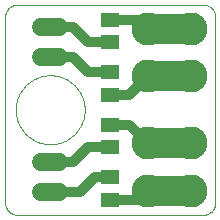
<source format=gtl>
G75*
%MOIN*%
%OFA0B0*%
%FSLAX25Y25*%
%IPPOS*%
%LPD*%
%AMOC8*
5,1,8,0,0,1.08239X$1,22.5*
%
%ADD10C,0.00000*%
%ADD11C,0.11000*%
%ADD12R,0.06299X0.05118*%
%ADD13C,0.05937*%
%ADD14C,0.03200*%
%ADD15C,0.10000*%
D10*
X0001000Y0004937D02*
X0001000Y0067063D01*
X0001002Y0067187D01*
X0001008Y0067310D01*
X0001017Y0067434D01*
X0001031Y0067556D01*
X0001048Y0067679D01*
X0001070Y0067801D01*
X0001095Y0067922D01*
X0001124Y0068042D01*
X0001156Y0068161D01*
X0001193Y0068280D01*
X0001233Y0068397D01*
X0001276Y0068512D01*
X0001324Y0068627D01*
X0001375Y0068739D01*
X0001429Y0068850D01*
X0001487Y0068960D01*
X0001548Y0069067D01*
X0001613Y0069173D01*
X0001681Y0069276D01*
X0001752Y0069377D01*
X0001826Y0069476D01*
X0001903Y0069573D01*
X0001984Y0069667D01*
X0002067Y0069758D01*
X0002153Y0069847D01*
X0002242Y0069933D01*
X0002333Y0070016D01*
X0002427Y0070097D01*
X0002524Y0070174D01*
X0002623Y0070248D01*
X0002724Y0070319D01*
X0002827Y0070387D01*
X0002933Y0070452D01*
X0003040Y0070513D01*
X0003150Y0070571D01*
X0003261Y0070625D01*
X0003373Y0070676D01*
X0003488Y0070724D01*
X0003603Y0070767D01*
X0003720Y0070807D01*
X0003839Y0070844D01*
X0003958Y0070876D01*
X0004078Y0070905D01*
X0004199Y0070930D01*
X0004321Y0070952D01*
X0004444Y0070969D01*
X0004566Y0070983D01*
X0004690Y0070992D01*
X0004813Y0070998D01*
X0004937Y0071000D01*
X0067063Y0071000D01*
X0067187Y0070998D01*
X0067310Y0070992D01*
X0067434Y0070983D01*
X0067556Y0070969D01*
X0067679Y0070952D01*
X0067801Y0070930D01*
X0067922Y0070905D01*
X0068042Y0070876D01*
X0068161Y0070844D01*
X0068280Y0070807D01*
X0068397Y0070767D01*
X0068512Y0070724D01*
X0068627Y0070676D01*
X0068739Y0070625D01*
X0068850Y0070571D01*
X0068960Y0070513D01*
X0069067Y0070452D01*
X0069173Y0070387D01*
X0069276Y0070319D01*
X0069377Y0070248D01*
X0069476Y0070174D01*
X0069573Y0070097D01*
X0069667Y0070016D01*
X0069758Y0069933D01*
X0069847Y0069847D01*
X0069933Y0069758D01*
X0070016Y0069667D01*
X0070097Y0069573D01*
X0070174Y0069476D01*
X0070248Y0069377D01*
X0070319Y0069276D01*
X0070387Y0069173D01*
X0070452Y0069067D01*
X0070513Y0068960D01*
X0070571Y0068850D01*
X0070625Y0068739D01*
X0070676Y0068627D01*
X0070724Y0068512D01*
X0070767Y0068397D01*
X0070807Y0068280D01*
X0070844Y0068161D01*
X0070876Y0068042D01*
X0070905Y0067922D01*
X0070930Y0067801D01*
X0070952Y0067679D01*
X0070969Y0067556D01*
X0070983Y0067434D01*
X0070992Y0067310D01*
X0070998Y0067187D01*
X0071000Y0067063D01*
X0071000Y0004937D01*
X0070998Y0004813D01*
X0070992Y0004690D01*
X0070983Y0004566D01*
X0070969Y0004444D01*
X0070952Y0004321D01*
X0070930Y0004199D01*
X0070905Y0004078D01*
X0070876Y0003958D01*
X0070844Y0003839D01*
X0070807Y0003720D01*
X0070767Y0003603D01*
X0070724Y0003488D01*
X0070676Y0003373D01*
X0070625Y0003261D01*
X0070571Y0003150D01*
X0070513Y0003040D01*
X0070452Y0002933D01*
X0070387Y0002827D01*
X0070319Y0002724D01*
X0070248Y0002623D01*
X0070174Y0002524D01*
X0070097Y0002427D01*
X0070016Y0002333D01*
X0069933Y0002242D01*
X0069847Y0002153D01*
X0069758Y0002067D01*
X0069667Y0001984D01*
X0069573Y0001903D01*
X0069476Y0001826D01*
X0069377Y0001752D01*
X0069276Y0001681D01*
X0069173Y0001613D01*
X0069067Y0001548D01*
X0068960Y0001487D01*
X0068850Y0001429D01*
X0068739Y0001375D01*
X0068627Y0001324D01*
X0068512Y0001276D01*
X0068397Y0001233D01*
X0068280Y0001193D01*
X0068161Y0001156D01*
X0068042Y0001124D01*
X0067922Y0001095D01*
X0067801Y0001070D01*
X0067679Y0001048D01*
X0067556Y0001031D01*
X0067434Y0001017D01*
X0067310Y0001008D01*
X0067187Y0001002D01*
X0067063Y0001000D01*
X0004937Y0001000D01*
X0004813Y0001002D01*
X0004690Y0001008D01*
X0004566Y0001017D01*
X0004444Y0001031D01*
X0004321Y0001048D01*
X0004199Y0001070D01*
X0004078Y0001095D01*
X0003958Y0001124D01*
X0003839Y0001156D01*
X0003720Y0001193D01*
X0003603Y0001233D01*
X0003488Y0001276D01*
X0003373Y0001324D01*
X0003261Y0001375D01*
X0003150Y0001429D01*
X0003040Y0001487D01*
X0002933Y0001548D01*
X0002827Y0001613D01*
X0002724Y0001681D01*
X0002623Y0001752D01*
X0002524Y0001826D01*
X0002427Y0001903D01*
X0002333Y0001984D01*
X0002242Y0002067D01*
X0002153Y0002153D01*
X0002067Y0002242D01*
X0001984Y0002333D01*
X0001903Y0002427D01*
X0001826Y0002524D01*
X0001752Y0002623D01*
X0001681Y0002724D01*
X0001613Y0002827D01*
X0001548Y0002933D01*
X0001487Y0003040D01*
X0001429Y0003150D01*
X0001375Y0003261D01*
X0001324Y0003373D01*
X0001276Y0003488D01*
X0001233Y0003603D01*
X0001193Y0003720D01*
X0001156Y0003839D01*
X0001124Y0003958D01*
X0001095Y0004078D01*
X0001070Y0004199D01*
X0001048Y0004321D01*
X0001031Y0004444D01*
X0001017Y0004566D01*
X0001008Y0004690D01*
X0001002Y0004813D01*
X0001000Y0004937D01*
X0004500Y0036000D02*
X0004503Y0036282D01*
X0004514Y0036564D01*
X0004531Y0036846D01*
X0004555Y0037127D01*
X0004586Y0037408D01*
X0004624Y0037687D01*
X0004669Y0037966D01*
X0004721Y0038244D01*
X0004779Y0038520D01*
X0004845Y0038794D01*
X0004917Y0039067D01*
X0004995Y0039338D01*
X0005080Y0039607D01*
X0005172Y0039874D01*
X0005271Y0040139D01*
X0005375Y0040401D01*
X0005487Y0040660D01*
X0005604Y0040917D01*
X0005728Y0041171D01*
X0005858Y0041421D01*
X0005994Y0041668D01*
X0006136Y0041912D01*
X0006284Y0042152D01*
X0006438Y0042389D01*
X0006598Y0042622D01*
X0006763Y0042851D01*
X0006934Y0043075D01*
X0007110Y0043296D01*
X0007292Y0043511D01*
X0007479Y0043723D01*
X0007671Y0043930D01*
X0007868Y0044132D01*
X0008070Y0044329D01*
X0008277Y0044521D01*
X0008489Y0044708D01*
X0008704Y0044890D01*
X0008925Y0045066D01*
X0009149Y0045237D01*
X0009378Y0045402D01*
X0009611Y0045562D01*
X0009848Y0045716D01*
X0010088Y0045864D01*
X0010332Y0046006D01*
X0010579Y0046142D01*
X0010829Y0046272D01*
X0011083Y0046396D01*
X0011340Y0046513D01*
X0011599Y0046625D01*
X0011861Y0046729D01*
X0012126Y0046828D01*
X0012393Y0046920D01*
X0012662Y0047005D01*
X0012933Y0047083D01*
X0013206Y0047155D01*
X0013480Y0047221D01*
X0013756Y0047279D01*
X0014034Y0047331D01*
X0014313Y0047376D01*
X0014592Y0047414D01*
X0014873Y0047445D01*
X0015154Y0047469D01*
X0015436Y0047486D01*
X0015718Y0047497D01*
X0016000Y0047500D01*
X0016282Y0047497D01*
X0016564Y0047486D01*
X0016846Y0047469D01*
X0017127Y0047445D01*
X0017408Y0047414D01*
X0017687Y0047376D01*
X0017966Y0047331D01*
X0018244Y0047279D01*
X0018520Y0047221D01*
X0018794Y0047155D01*
X0019067Y0047083D01*
X0019338Y0047005D01*
X0019607Y0046920D01*
X0019874Y0046828D01*
X0020139Y0046729D01*
X0020401Y0046625D01*
X0020660Y0046513D01*
X0020917Y0046396D01*
X0021171Y0046272D01*
X0021421Y0046142D01*
X0021668Y0046006D01*
X0021912Y0045864D01*
X0022152Y0045716D01*
X0022389Y0045562D01*
X0022622Y0045402D01*
X0022851Y0045237D01*
X0023075Y0045066D01*
X0023296Y0044890D01*
X0023511Y0044708D01*
X0023723Y0044521D01*
X0023930Y0044329D01*
X0024132Y0044132D01*
X0024329Y0043930D01*
X0024521Y0043723D01*
X0024708Y0043511D01*
X0024890Y0043296D01*
X0025066Y0043075D01*
X0025237Y0042851D01*
X0025402Y0042622D01*
X0025562Y0042389D01*
X0025716Y0042152D01*
X0025864Y0041912D01*
X0026006Y0041668D01*
X0026142Y0041421D01*
X0026272Y0041171D01*
X0026396Y0040917D01*
X0026513Y0040660D01*
X0026625Y0040401D01*
X0026729Y0040139D01*
X0026828Y0039874D01*
X0026920Y0039607D01*
X0027005Y0039338D01*
X0027083Y0039067D01*
X0027155Y0038794D01*
X0027221Y0038520D01*
X0027279Y0038244D01*
X0027331Y0037966D01*
X0027376Y0037687D01*
X0027414Y0037408D01*
X0027445Y0037127D01*
X0027469Y0036846D01*
X0027486Y0036564D01*
X0027497Y0036282D01*
X0027500Y0036000D01*
X0027497Y0035718D01*
X0027486Y0035436D01*
X0027469Y0035154D01*
X0027445Y0034873D01*
X0027414Y0034592D01*
X0027376Y0034313D01*
X0027331Y0034034D01*
X0027279Y0033756D01*
X0027221Y0033480D01*
X0027155Y0033206D01*
X0027083Y0032933D01*
X0027005Y0032662D01*
X0026920Y0032393D01*
X0026828Y0032126D01*
X0026729Y0031861D01*
X0026625Y0031599D01*
X0026513Y0031340D01*
X0026396Y0031083D01*
X0026272Y0030829D01*
X0026142Y0030579D01*
X0026006Y0030332D01*
X0025864Y0030088D01*
X0025716Y0029848D01*
X0025562Y0029611D01*
X0025402Y0029378D01*
X0025237Y0029149D01*
X0025066Y0028925D01*
X0024890Y0028704D01*
X0024708Y0028489D01*
X0024521Y0028277D01*
X0024329Y0028070D01*
X0024132Y0027868D01*
X0023930Y0027671D01*
X0023723Y0027479D01*
X0023511Y0027292D01*
X0023296Y0027110D01*
X0023075Y0026934D01*
X0022851Y0026763D01*
X0022622Y0026598D01*
X0022389Y0026438D01*
X0022152Y0026284D01*
X0021912Y0026136D01*
X0021668Y0025994D01*
X0021421Y0025858D01*
X0021171Y0025728D01*
X0020917Y0025604D01*
X0020660Y0025487D01*
X0020401Y0025375D01*
X0020139Y0025271D01*
X0019874Y0025172D01*
X0019607Y0025080D01*
X0019338Y0024995D01*
X0019067Y0024917D01*
X0018794Y0024845D01*
X0018520Y0024779D01*
X0018244Y0024721D01*
X0017966Y0024669D01*
X0017687Y0024624D01*
X0017408Y0024586D01*
X0017127Y0024555D01*
X0016846Y0024531D01*
X0016564Y0024514D01*
X0016282Y0024503D01*
X0016000Y0024500D01*
X0015718Y0024503D01*
X0015436Y0024514D01*
X0015154Y0024531D01*
X0014873Y0024555D01*
X0014592Y0024586D01*
X0014313Y0024624D01*
X0014034Y0024669D01*
X0013756Y0024721D01*
X0013480Y0024779D01*
X0013206Y0024845D01*
X0012933Y0024917D01*
X0012662Y0024995D01*
X0012393Y0025080D01*
X0012126Y0025172D01*
X0011861Y0025271D01*
X0011599Y0025375D01*
X0011340Y0025487D01*
X0011083Y0025604D01*
X0010829Y0025728D01*
X0010579Y0025858D01*
X0010332Y0025994D01*
X0010088Y0026136D01*
X0009848Y0026284D01*
X0009611Y0026438D01*
X0009378Y0026598D01*
X0009149Y0026763D01*
X0008925Y0026934D01*
X0008704Y0027110D01*
X0008489Y0027292D01*
X0008277Y0027479D01*
X0008070Y0027671D01*
X0007868Y0027868D01*
X0007671Y0028070D01*
X0007479Y0028277D01*
X0007292Y0028489D01*
X0007110Y0028704D01*
X0006934Y0028925D01*
X0006763Y0029149D01*
X0006598Y0029378D01*
X0006438Y0029611D01*
X0006284Y0029848D01*
X0006136Y0030088D01*
X0005994Y0030332D01*
X0005858Y0030579D01*
X0005728Y0030829D01*
X0005604Y0031083D01*
X0005487Y0031340D01*
X0005375Y0031599D01*
X0005271Y0031861D01*
X0005172Y0032126D01*
X0005080Y0032393D01*
X0004995Y0032662D01*
X0004917Y0032933D01*
X0004845Y0033206D01*
X0004779Y0033480D01*
X0004721Y0033756D01*
X0004669Y0034034D01*
X0004624Y0034313D01*
X0004586Y0034592D01*
X0004555Y0034873D01*
X0004531Y0035154D01*
X0004514Y0035436D01*
X0004503Y0035718D01*
X0004500Y0036000D01*
D11*
X0048500Y0024780D03*
X0062900Y0024780D03*
X0062900Y0009031D03*
X0048500Y0009031D03*
X0048500Y0047220D03*
X0062900Y0047220D03*
X0062900Y0062969D03*
X0048500Y0062969D03*
D12*
X0036000Y0065990D03*
X0036000Y0058510D03*
X0036000Y0048490D03*
X0036000Y0041010D03*
X0036000Y0030990D03*
X0036000Y0023510D03*
X0036000Y0013490D03*
X0036000Y0006010D03*
D13*
X0018969Y0008500D02*
X0013031Y0008500D01*
X0013031Y0018500D02*
X0018969Y0018500D01*
X0018969Y0053500D02*
X0013031Y0053500D01*
X0013031Y0063500D02*
X0018969Y0063500D01*
D14*
X0016000Y0063500D02*
X0023500Y0063500D01*
X0028490Y0058510D01*
X0036000Y0058510D01*
X0036000Y0065990D02*
X0045478Y0065990D01*
X0048500Y0062969D01*
X0036000Y0048490D02*
X0028510Y0048490D01*
X0023500Y0053500D01*
X0016000Y0053500D01*
X0036000Y0041010D02*
X0042289Y0041010D01*
X0048500Y0047220D01*
X0042289Y0030990D02*
X0036000Y0030990D01*
X0042289Y0030990D02*
X0048500Y0024780D01*
X0036000Y0023510D02*
X0028510Y0023510D01*
X0023500Y0018500D01*
X0016000Y0018500D01*
X0016000Y0008500D02*
X0026000Y0008500D01*
X0030990Y0013490D01*
X0036000Y0013490D01*
X0036000Y0006010D02*
X0045478Y0006010D01*
X0048500Y0009031D01*
D15*
X0062900Y0009031D01*
X0062900Y0024780D02*
X0048500Y0024780D01*
X0048500Y0047220D02*
X0062900Y0047220D01*
X0062900Y0062969D02*
X0048500Y0062969D01*
M02*

</source>
